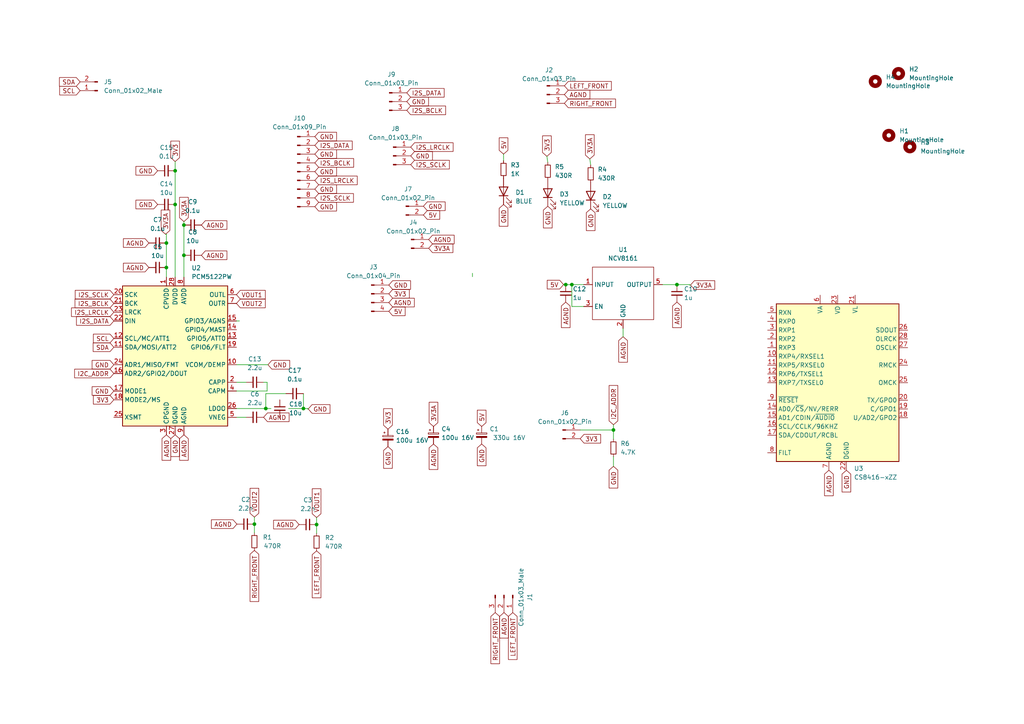
<source format=kicad_sch>
(kicad_sch (version 20230121) (generator eeschema)
  (paper "A4")
  (lib_symbols
    (symbol "Audio:CS8416-xZZ"
      (property "Reference" "U" (at 12.7 26.67 0))
      (property "Value" "CS8416-xZZ" (at 12.7 24.13 0))
      (symbol "CS8416-xZZ_0_1"
        (rectangle (start -17.78 22.86) (end 17.78 -22.86) (stroke (width 0.254)) (fill (type background)))
      )
      (symbol "CS8416-xZZ_1_1"
        (pin input line (at -20.32 10.16 0) (length 2.54) (name "RXP3") (number "1"))
        (pin input line (at -20.32 7.62 0) (length 2.54) (name "RXP4/RXSEL1") (number "10"))
        (pin input line (at -20.32 5.08 0) (length 2.54) (name "RXP5/RXSEL0") (number "11"))
        (pin input line (at -20.32 2.54 0) (length 2.54) (name "RXP6/TXSEL1") (number "12"))
        (pin input line (at -20.32 0 0) (length 2.54) (name "RXP7/TXSEL0") (number "13"))
        (pin input line (at -20.32 -7.62 0) (length 2.54) (name "AD0/~{CS}/NV/RERR") (number "14"))
        (pin input line (at -20.32 -10.16 0) (length 2.54) (name "AD1/CDIN/~{AUDIO}") (number "15"))
        (pin input line (at -20.32 -12.7 0) (length 2.54) (name "SCL/CCLK/96KHZ") (number "16"))
        (pin bidirectional line (at -20.32 -15.24 0) (length 2.54) (name "SDA/CDOUT/RCBL") (number "17"))
        (pin output line (at 20.32 -10.16 180) (length 2.54) (name "U/AD2/GPO2") (number "18"))
        (pin output line (at 20.32 -7.62 180) (length 2.54) (name "C/GPO1") (number "19"))
        (pin input line (at -20.32 12.7 0) (length 2.54) (name "RXP2") (number "2"))
        (pin output line (at 20.32 -5.08 180) (length 2.54) (name "TX/GPO0") (number "20"))
        (pin power_in line (at 5.08 25.4 270) (length 2.54) (name "VL") (number "21"))
        (pin power_in line (at 2.54 -25.4 90) (length 2.54) (name "DGND") (number "22"))
        (pin power_in line (at 0 25.4 270) (length 2.54) (name "VD") (number "23"))
        (pin output line (at 20.32 5.08 180) (length 2.54) (name "RMCK") (number "24"))
        (pin input line (at 20.32 0 180) (length 2.54) (name "OMCK") (number "25"))
        (pin output line (at 20.32 15.24 180) (length 2.54) (name "SDOUT") (number "26"))
        (pin bidirectional line (at 20.32 10.16 180) (length 2.54) (name "OSCLK") (number "27"))
        (pin bidirectional line (at 20.32 12.7 180) (length 2.54) (name "OLRCK") (number "28"))
        (pin input line (at -20.32 15.24 0) (length 2.54) (name "RXP1") (number "3"))
        (pin input line (at -20.32 17.78 0) (length 2.54) (name "RXP0") (number "4"))
        (pin input line (at -20.32 20.32 0) (length 2.54) (name "RXN") (number "5"))
        (pin power_in line (at -5.08 25.4 270) (length 2.54) (name "VA") (number "6"))
        (pin power_in line (at -2.54 -25.4 90) (length 2.54) (name "AGND") (number "7"))
        (pin passive line (at -20.32 -20.32 0) (length 2.54) (name "FILT") (number "8"))
        (pin input line (at -20.32 -5.08 0) (length 2.54) (name "~{RESET}") (number "9"))
      )
    )
    (symbol "Audio:PCM5122PW"
      (property "Reference" "U" (at -13.97 21.59 0))
      (property "Value" "PCM5122PW" (at 10.16 21.59 0))
      (symbol "PCM5122PW_0_1"
        (rectangle (start -15.24 20.32) (end 15.24 -20.32) (stroke (width 0.254)) (fill (type background)))
      )
      (symbol "PCM5122PW_1_1"
        (pin power_in line (at -2.54 22.86 270) (length 2.54) (name "CPVDD") (number "1"))
        (pin bidirectional line (at 17.78 -2.54 180) (length 2.54) (name "VCOM/DEMP") (number "10"))
        (pin bidirectional line (at -17.78 2.54 0) (length 2.54) (name "SDA/MOSI/ATT2") (number "11"))
        (pin input line (at -17.78 5.08 0) (length 2.54) (name "SCL/MC/ATT1") (number "12"))
        (pin bidirectional line (at 17.78 5.08 180) (length 2.54) (name "GPIO5/ATT0") (number "13"))
        (pin bidirectional line (at 17.78 7.62 180) (length 2.54) (name "GPIO4/MAST") (number "14"))
        (pin bidirectional line (at 17.78 10.16 180) (length 2.54) (name "GPIO3/AGNS") (number "15"))
        (pin bidirectional line (at -17.78 -5.08 0) (length 2.54) (name "ADR2/GPIO2/DOUT") (number "16"))
        (pin input line (at -17.78 -10.16 0) (length 2.54) (name "MODE1") (number "17"))
        (pin input line (at -17.78 -12.7 0) (length 2.54) (name "MODE2/MS") (number "18"))
        (pin bidirectional line (at 17.78 2.54 180) (length 2.54) (name "GPIO6/FLT") (number "19"))
        (pin passive line (at 17.78 -7.62 180) (length 2.54) (name "CAPP") (number "2"))
        (pin input line (at -17.78 17.78 0) (length 2.54) (name "SCK") (number "20"))
        (pin bidirectional line (at -17.78 15.24 0) (length 2.54) (name "BCK") (number "21"))
        (pin input line (at -17.78 10.16 0) (length 2.54) (name "DIN") (number "22"))
        (pin bidirectional line (at -17.78 12.7 0) (length 2.54) (name "LRCK") (number "23"))
        (pin bidirectional line (at -17.78 -2.54 0) (length 2.54) (name "ADR1/MISO/FMT") (number "24"))
        (pin input line (at -17.78 -17.78 0) (length 2.54) (name "XSMT") (number "25"))
        (pin passive line (at 17.78 -15.24 180) (length 2.54) (name "LDOO") (number "26"))
        (pin power_in line (at 0 -22.86 90) (length 2.54) (name "DGND") (number "27"))
        (pin power_in line (at 0 22.86 270) (length 2.54) (name "DVDD") (number "28"))
        (pin power_in line (at -2.54 -22.86 90) (length 2.54) (name "CPGND") (number "3"))
        (pin passive line (at 17.78 -10.16 180) (length 2.54) (name "CAPM") (number "4"))
        (pin passive line (at 17.78 -17.78 180) (length 2.54) (name "VNEG") (number "5"))
        (pin output line (at 17.78 17.78 180) (length 2.54) (name "OUTL") (number "6"))
        (pin output line (at 17.78 15.24 180) (length 2.54) (name "OUTR") (number "7"))
        (pin power_in line (at 2.54 22.86 270) (length 2.54) (name "AVDD") (number "8"))
        (pin power_in line (at 2.54 -22.86 90) (length 2.54) (name "AGND") (number "9"))
      )
    )
    (symbol "Components:NCV8161"
      (property "Reference" "U" (at 0 10.16 0))
      (property "Value" "NCV8161" (at 0 0 0))
      (symbol "NCV8161_0_1"
        (rectangle (start -8.89 17.78) (end 8.89 2.54))
      )
      (symbol "NCV8161_1_1"
        (pin input line (at -11.43 12.7 0) (length 2.54) (name "INPUT") (number "1"))
        (pin input line (at 0 0 90) (length 2.54) (name "GND") (number "2"))
        (pin input line (at -11.43 6.35 0) (length 2.54) (name "EN") (number "3"))
        (pin output line (at 11.43 12.7 180) (length 2.54) (name "OUTPUT") (number "5"))
      )
    )
    (symbol "Connector:Conn_01x02_Male" (pin_names (offset 1.016) hide)
      (property "Reference" "J" (at 0 2.54 0))
      (property "Value" "Conn_01x02_Male" (at 0 -5.08 0))
      (symbol "Conn_01x02_Male_1_1"
        (polyline (pts (xy 1.27 -2.54) (xy 0.8636 -2.54)) (stroke (width 0.1524)))
        (polyline (pts (xy 1.27 0) (xy 0.8636 0)) (stroke (width 0.1524)))
        (rectangle (start 0.8636 -2.413) (end 0 -2.667) (stroke (width 0.1524)) (fill (type outline)))
        (rectangle (start 0.8636 0.127) (end 0 -0.127) (stroke (width 0.1524)) (fill (type outline)))
        (pin passive line (at 5.08 0 180) (length 3.81) (name "Pin_1") (number "1"))
        (pin passive line (at 5.08 -2.54 180) (length 3.81) (name "Pin_2") (number "2"))
      )
    )
    (symbol "Connector:Conn_01x02_Pin" (pin_names (offset 1.016) hide)
      (property "Reference" "J" (at 0 2.54 0))
      (property "Value" "Conn_01x02_Pin" (at 0 -5.08 0))
      (symbol "Conn_01x02_Pin_1_1"
        (polyline (pts (xy 1.27 -2.54) (xy 0.8636 -2.54)) (stroke (width 0.1524)))
        (polyline (pts (xy 1.27 0) (xy 0.8636 0)) (stroke (width 0.1524)))
        (rectangle (start 0.8636 -2.413) (end 0 -2.667) (stroke (width 0.1524)) (fill (type outline)))
        (rectangle (start 0.8636 0.127) (end 0 -0.127) (stroke (width 0.1524)) (fill (type outline)))
        (pin passive line (at 5.08 0 180) (length 3.81) (name "Pin_1") (number "1"))
        (pin passive line (at 5.08 -2.54 180) (length 3.81) (name "Pin_2") (number "2"))
      )
    )
    (symbol "Connector:Conn_01x03_Male" (pin_names (offset 1.016) hide)
      (property "Reference" "J" (at 0 5.08 0))
      (property "Value" "Conn_01x03_Male" (at 0 -5.08 0))
      (symbol "Conn_01x03_Male_1_1"
        (polyline (pts (xy 1.27 -2.54) (xy 0.8636 -2.54)) (stroke (width 0.1524)))
        (polyline (pts (xy 1.27 0) (xy 0.8636 0)) (stroke (width 0.1524)))
        (polyline (pts (xy 1.27 2.54) (xy 0.8636 2.54)) (stroke (width 0.1524)))
        (rectangle (start 0.8636 -2.413) (end 0 -2.667) (stroke (width 0.1524)) (fill (type outline)))
        (rectangle (start 0.8636 0.127) (end 0 -0.127) (stroke (width 0.1524)) (fill (type outline)))
        (rectangle (start 0.8636 2.667) (end 0 2.413) (stroke (width 0.1524)) (fill (type outline)))
        (pin passive line (at 5.08 2.54 180) (length 3.81) (name "Pin_1") (number "1"))
        (pin passive line (at 5.08 0 180) (length 3.81) (name "Pin_2") (number "2"))
        (pin passive line (at 5.08 -2.54 180) (length 3.81) (name "Pin_3") (number "3"))
      )
    )
    (symbol "Connector:Conn_01x03_Pin" (pin_names (offset 1.016) hide)
      (property "Reference" "J" (at 0 5.08 0))
      (property "Value" "Conn_01x03_Pin" (at 0 -5.08 0))
      (symbol "Conn_01x03_Pin_1_1"
        (polyline (pts (xy 1.27 -2.54) (xy 0.8636 -2.54)) (stroke (width 0.1524)))
        (polyline (pts (xy 1.27 0) (xy 0.8636 0)) (stroke (width 0.1524)))
        (polyline (pts (xy 1.27 2.54) (xy 0.8636 2.54)) (stroke (width 0.1524)))
        (rectangle (start 0.8636 -2.413) (end 0 -2.667) (stroke (width 0.1524)) (fill (type outline)))
        (rectangle (start 0.8636 0.127) (end 0 -0.127) (stroke (width 0.1524)) (fill (type outline)))
        (rectangle (start 0.8636 2.667) (end 0 2.413) (stroke (width 0.1524)) (fill (type outline)))
        (pin passive line (at 5.08 2.54 180) (length 3.81) (name "Pin_1") (number "1"))
        (pin passive line (at 5.08 0 180) (length 3.81) (name "Pin_2") (number "2"))
        (pin passive line (at 5.08 -2.54 180) (length 3.81) (name "Pin_3") (number "3"))
      )
    )
    (symbol "Connector:Conn_01x04_Pin" (pin_names (offset 1.016) hide)
      (property "Reference" "J" (at 0 5.08 0))
      (property "Value" "Conn_01x04_Pin" (at 0 -7.62 0))
      (symbol "Conn_01x04_Pin_1_1"
        (polyline (pts (xy 1.27 -5.08) (xy 0.8636 -5.08)) (stroke (width 0.1524)))
        (polyline (pts (xy 1.27 -2.54) (xy 0.8636 -2.54)) (stroke (width 0.1524)))
        (polyline (pts (xy 1.27 0) (xy 0.8636 0)) (stroke (width 0.1524)))
        (polyline (pts (xy 1.27 2.54) (xy 0.8636 2.54)) (stroke (width 0.1524)))
        (rectangle (start 0.8636 -4.953) (end 0 -5.207) (stroke (width 0.1524)) (fill (type outline)))
        (rectangle (start 0.8636 -2.413) (end 0 -2.667) (stroke (width 0.1524)) (fill (type outline)))
        (rectangle (start 0.8636 0.127) (end 0 -0.127) (stroke (width 0.1524)) (fill (type outline)))
        (rectangle (start 0.8636 2.667) (end 0 2.413) (stroke (width 0.1524)) (fill (type outline)))
        (pin passive line (at 5.08 2.54 180) (length 3.81) (name "Pin_1") (number "1"))
        (pin passive line (at 5.08 0 180) (length 3.81) (name "Pin_2") (number "2"))
        (pin passive line (at 5.08 -2.54 180) (length 3.81) (name "Pin_3") (number "3"))
        (pin passive line (at 5.08 -5.08 180) (length 3.81) (name "Pin_4") (number "4"))
      )
    )
    (symbol "Connector:Conn_01x09_Pin" (pin_names (offset 1.016) hide)
      (property "Reference" "J" (at 0 12.7 0))
      (property "Value" "Conn_01x09_Pin" (at 0 -12.7 0))
      (symbol "Conn_01x09_Pin_1_1"
        (polyline (pts (xy 1.27 -10.16) (xy 0.8636 -10.16)) (stroke (width 0.1524)))
        (polyline (pts (xy 1.27 -7.62) (xy 0.8636 -7.62)) (stroke (width 0.1524)))
        (polyline (pts (xy 1.27 -5.08) (xy 0.8636 -5.08)) (stroke (width 0.1524)))
        (polyline (pts (xy 1.27 -2.54) (xy 0.8636 -2.54)) (stroke (width 0.1524)))
        (polyline (pts (xy 1.27 0) (xy 0.8636 0)) (stroke (width 0.1524)))
        (polyline (pts (xy 1.27 2.54) (xy 0.8636 2.54)) (stroke (width 0.1524)))
        (polyline (pts (xy 1.27 5.08) (xy 0.8636 5.08)) (stroke (width 0.1524)))
        (polyline (pts (xy 1.27 7.62) (xy 0.8636 7.62)) (stroke (width 0.1524)))
        (polyline (pts (xy 1.27 10.16) (xy 0.8636 10.16)) (stroke (width 0.1524)))
        (rectangle (start 0.8636 -10.033) (end 0 -10.287) (stroke (width 0.1524)) (fill (type outline)))
        (rectangle (start 0.8636 -7.493) (end 0 -7.747) (stroke (width 0.1524)) (fill (type outline)))
        (rectangle (start 0.8636 -4.953) (end 0 -5.207) (stroke (width 0.1524)) (fill (type outline)))
        (rectangle (start 0.8636 -2.413) (end 0 -2.667) (stroke (width 0.1524)) (fill (type outline)))
        (rectangle (start 0.8636 0.127) (end 0 -0.127) (stroke (width 0.1524)) (fill (type outline)))
        (rectangle (start 0.8636 2.667) (end 0 2.413) (stroke (width 0.1524)) (fill (type outline)))
        (rectangle (start 0.8636 5.207) (end 0 4.953) (stroke (width 0.1524)) (fill (type outline)))
        (rectangle (start 0.8636 7.747) (end 0 7.493) (stroke (width 0.1524)) (fill (type outline)))
        (rectangle (start 0.8636 10.287) (end 0 10.033) (stroke (width 0.1524)) (fill (type outline)))
        (pin passive line (at 5.08 10.16 180) (length 3.81) (name "Pin_1") (number "1"))
        (pin passive line (at 5.08 7.62 180) (length 3.81) (name "Pin_2") (number "2"))
        (pin passive line (at 5.08 5.08 180) (length 3.81) (name "Pin_3") (number "3"))
        (pin passive line (at 5.08 2.54 180) (length 3.81) (name "Pin_4") (number "4"))
        (pin passive line (at 5.08 0 180) (length 3.81) (name "Pin_5") (number "5"))
        (pin passive line (at 5.08 -2.54 180) (length 3.81) (name "Pin_6") (number "6"))
        (pin passive line (at 5.08 -5.08 180) (length 3.81) (name "Pin_7") (number "7"))
        (pin passive line (at 5.08 -7.62 180) (length 3.81) (name "Pin_8") (number "8"))
        (pin passive line (at 5.08 -10.16 180) (length 3.81) (name "Pin_9") (number "9"))
      )
    )
    (symbol "Device:C_Polarized_Small" (pin_numbers hide) (pin_names (offset 0.254) hide)
      (property "Reference" "C" (at 0.254 1.778 0))
      (property "Value" "C_Polarized_Small" (at 0.254 -2.032 0))
      (symbol "C_Polarized_Small_0_1"
        (rectangle (start -1.524 -0.3048) (end 1.524 -0.6858) (fill (type outline)))
        (rectangle (start -1.524 0.6858) (end 1.524 0.3048))
        (polyline (pts (xy -1.27 1.524) (xy -0.762 1.524)))
        (polyline (pts (xy -1.016 1.27) (xy -1.016 1.778)))
      )
      (symbol "C_Polarized_Small_1_1"
        (pin passive line (at 0 2.54 270) (length 1.8542) (name "~") (number "1"))
        (pin passive line (at 0 -2.54 90) (length 1.8542) (name "~") (number "2"))
      )
    )
    (symbol "Device:C_Small" (pin_numbers hide) (pin_names (offset 0.254) hide)
      (property "Reference" "C" (at 0.254 1.778 0))
      (property "Value" "C_Small" (at 0.254 -2.032 0))
      (symbol "C_Small_0_1"
        (polyline (pts (xy -1.524 -0.508) (xy 1.524 -0.508)) (stroke (width 0.3302)))
        (polyline (pts (xy -1.524 0.508) (xy 1.524 0.508)) (stroke (width 0.3048)))
      )
      (symbol "C_Small_1_1"
        (pin passive line (at 0 2.54 270) (length 2.032) (name "~") (number "1"))
        (pin passive line (at 0 -2.54 90) (length 2.032) (name "~") (number "2"))
      )
    )
    (symbol "Device:LED" (pin_numbers hide) (pin_names (offset 1.016) hide)
      (property "Reference" "D" (at 0 2.54 0))
      (property "Value" "LED" (at 0 -2.54 0))
      (symbol "LED_0_1"
        (polyline (pts (xy -1.27 -1.27) (xy -1.27 1.27)) (stroke (width 0.254)))
        (polyline (pts (xy -1.27 0) (xy 1.27 0)))
        (polyline (pts (xy 1.27 -1.27) (xy 1.27 1.27) (xy -1.27 0) (xy 1.27 -1.27)) (stroke (width 0.254)))
        (polyline (pts (xy -3.048 -0.762) (xy -4.572 -2.286) (xy -3.81 -2.286) (xy -4.572 -2.286) (xy -4.572 -1.524)))
        (polyline (pts (xy -1.778 -0.762) (xy -3.302 -2.286) (xy -2.54 -2.286) (xy -3.302 -2.286) (xy -3.302 -1.524)))
      )
      (symbol "LED_1_1"
        (pin passive line (at -3.81 0 0) (length 2.54) (name "K") (number "1"))
        (pin passive line (at 3.81 0 180) (length 2.54) (name "A") (number "2"))
      )
    )
    (symbol "Device:R_Small" (pin_numbers hide) (pin_names (offset 0.254) hide)
      (property "Reference" "R" (at 0.762 0.508 0))
      (property "Value" "R_Small" (at 0.762 -1.016 0))
      (symbol "R_Small_0_1"
        (rectangle (start -0.762 1.778) (end 0.762 -1.778) (stroke (width 0.2032)))
      )
      (symbol "R_Small_1_1"
        (pin passive line (at 0 2.54 270) (length 0.762) (name "~") (number "1"))
        (pin passive line (at 0 -2.54 90) (length 0.762) (name "~") (number "2"))
      )
    )
    (symbol "Mechanical:MountingHole" (pin_names (offset 1.016))
      (property "Reference" "H" (at 0 5.08 0))
      (property "Value" "MountingHole" (at 0 3.175 0))
      (symbol "MountingHole_0_1"
        (circle (center 0 0) (radius 1.27) (stroke (width 1.27)))
      )
    )
  )
  (junction (at 165.862 82.55))
  (junction (at 177.927 124.714))
  (junction (at 53.34 65.278))
  (junction (at 48.26 77.597))
  (junction (at 73.787 152.019))
  (junction (at 196.342 82.55))
  (junction (at 164.084 82.55))
  (junction (at 77.089 118.491))
  (junction (at 88.011 118.491))
  (junction (at 53.34 74.041))
  (junction (at 50.8 49.53))
  (junction (at 48.26 70.485))
  (junction (at 50.8 59.309))
  (junction (at 91.821 152.146))
  (wire (pts (xy 177.927 123.19) (xy 177.927 124.714)))
  (wire (pts (xy 91.821 152.146) (xy 91.821 154.686)))
  (wire (pts (xy 50.8 49.53) (xy 50.8 59.309)))
  (wire (pts (xy 71.374 121.031) (xy 68.58 121.031)))
  (wire (pts (xy 196.342 82.55) (xy 192.151 82.55)))
  (wire (pts (xy 48.26 67.945) (xy 48.26 70.485)))
  (wire (pts (xy 48.26 70.485) (xy 48.26 77.597)))
  (wire (pts (xy 77.089 114.173) (xy 77.089 118.491)))
  (wire (pts (xy 73.787 149.987) (xy 73.787 152.019)))
  (wire (pts (xy 71.374 110.871) (xy 68.58 110.871)))
  (wire (pts (xy 168.275 124.714) (xy 177.927 124.714)))
  (wire (pts (xy 48.26 77.597) (xy 48.26 80.391)))
  (wire (pts (xy 164.084 82.55) (xy 165.862 82.55)))
  (wire (pts (xy 89.408 118.618) (xy 89.281 118.618)))
  (wire (pts (xy 200.279 82.677) (xy 200.025 82.677)))
  (wire (pts (xy 76.454 110.871) (xy 77.47 110.871)))
  (wire (pts (xy 88.011 114.173) (xy 88.011 118.491)))
  (wire (pts (xy 50.8 46.863) (xy 50.8 49.53)))
  (wire (pts (xy 169.291 88.9) (xy 165.862 88.9)))
  (wire (pts (xy 53.34 64.262) (xy 53.34 65.278)))
  (wire (pts (xy 171.069 46.101) (xy 171.323 47.879)))
  (wire (pts (xy 165.862 82.55) (xy 169.291 82.55)))
  (wire (pts (xy 77.089 118.491) (xy 68.58 118.491)))
  (wire (pts (xy 77.724 105.791) (xy 68.58 105.791)))
  (wire (pts (xy 77.47 113.411) (xy 68.58 113.411)))
  (wire (pts (xy 73.787 152.019) (xy 73.787 154.559)))
  (wire (pts (xy 48.006 67.945) (xy 48.26 67.945)))
  (wire (pts (xy 77.47 110.871) (xy 77.47 113.411)))
  (wire (pts (xy 177.927 135.255) (xy 177.927 132.461)))
  (wire (pts (xy 53.34 65.278) (xy 53.34 74.041)))
  (wire (pts (xy 177.927 124.714) (xy 177.927 127.381)))
  (wire (pts (xy 89.281 118.491) (xy 88.011 118.491)))
  (wire (pts (xy 180.721 97.663) (xy 180.721 95.25)))
  (wire (pts (xy 78.613 118.491) (xy 77.089 118.491)))
  (wire (pts (xy 200.025 82.55) (xy 196.342 82.55)))
  (wire (pts (xy 200.025 82.677) (xy 200.025 82.55)))
  (wire (pts (xy 53.34 74.041) (xy 53.34 80.391)))
  (wire (pts (xy 88.011 118.491) (xy 83.693 118.491)))
  (wire (pts (xy 165.862 88.9) (xy 165.862 82.55)))
  (wire (pts (xy 89.281 118.618) (xy 89.281 118.491)))
  (wire (pts (xy 137.033 79.248) (xy 137.033 80.264)))
  (wire (pts (xy 69.469 93.091) (xy 68.58 93.091)))
  (wire (pts (xy 146.05 44.704) (xy 146.05 46.609)))
  (wire (pts (xy 50.8 59.309) (xy 50.8 80.391)))
  (wire (pts (xy 158.623 45.339) (xy 158.877 47.117)))
  (wire (pts (xy 163.449 82.55) (xy 164.084 82.55)))
  (wire (pts (xy 91.821 150.114) (xy 91.821 152.146)))
  (wire (pts (xy 77.089 114.173) (xy 82.931 114.173)))
  (global_label "I2S_DATA" (shape input) (at 91.313 42.164 0) (property "Intersheetrefs" "${INTERSHEET_REFS}" (effects hide)))
  (global_label "3V3" (shape input) (at 50.8 46.863 90) (property "Intersheetrefs" "${INTERSHEET_REFS}" (effects hide)))
  (global_label "I2S_DATA" (shape input) (at 117.983 26.924 0) (property "Intersheetrefs" "${INTERSHEET_REFS}" (effects hide)))
  (global_label "LEFT_FRONT" (shape input) (at 163.703 24.892 0) (property "Intersheetrefs" "${INTERSHEET_REFS}" (effects hide)))
  (global_label "AGND" (shape input) (at 86.741 152.146 180) (property "Intersheetrefs" "${INTERSHEET_REFS}" (effects hide)))
  (global_label "3V3" (shape input) (at 33.02 115.951 180) (property "Intersheetrefs" "${INTERSHEET_REFS}" (effects hide)))
  (global_label "AGND" (shape input) (at 58.42 74.041 0) (property "Intersheetrefs" "${INTERSHEET_REFS}" (effects hide)))
  (global_label "LEFT_FRONT" (shape input) (at 148.717 177.673 270) (property "Intersheetrefs" "${INTERSHEET_REFS}" (effects hide)))
  (global_label "RIGHT_FRONT" (shape input) (at 163.703 29.972 0) (property "Intersheetrefs" "${INTERSHEET_REFS}" (effects hide)))
  (global_label "RIGHT_FRONT" (shape input) (at 143.637 177.673 270) (property "Intersheetrefs" "${INTERSHEET_REFS}" (effects hide)))
  (global_label "GND" (shape input) (at 33.02 113.411 180) (property "Intersheetrefs" "${INTERSHEET_REFS}" (effects hide)))
  (global_label "I2S_SCLK" (shape input) (at 91.313 57.404 0) (property "Intersheetrefs" "${INTERSHEET_REFS}" (effects hide)))
  (global_label "AGND" (shape input) (at 125.73 128.778 270) (property "Intersheetrefs" "${INTERSHEET_REFS}" (effects hide)))
  (global_label "GND" (shape input) (at 91.313 44.704 0) (property "Intersheetrefs" "${INTERSHEET_REFS}" (effects hide)))
  (global_label "VOUT1" (shape input) (at 91.821 150.114 90) (property "Intersheetrefs" "${INTERSHEET_REFS}" (effects hide)))
  (global_label "GND" (shape input) (at 45.72 49.53 180) (property "Intersheetrefs" "${INTERSHEET_REFS}" (effects hide)))
  (global_label "3V3" (shape input) (at 168.275 127.254 0) (property "Intersheetrefs" "${INTERSHEET_REFS}" (effects hide)))
  (global_label "VOUT2" (shape input) (at 68.58 88.011 0) (property "Intersheetrefs" "${INTERSHEET_REFS}" (effects hide)))
  (global_label "VOUT2" (shape input) (at 73.787 149.987 90) (property "Intersheetrefs" "${INTERSHEET_REFS}" (effects hide)))
  (global_label "I2S_LRCLK" (shape input) (at 119.126 42.672 0) (property "Intersheetrefs" "${INTERSHEET_REFS}" (effects hide)))
  (global_label "SDA" (shape input) (at 23.241 23.749 180) (property "Intersheetrefs" "${INTERSHEET_REFS}" (effects hide)))
  (global_label "GND" (shape input) (at 50.8 126.111 270) (property "Intersheetrefs" "${INTERSHEET_REFS}" (effects hide)))
  (global_label "I2C_ADDR" (shape input) (at 177.927 123.19 90) (property "Intersheetrefs" "${INTERSHEET_REFS}" (effects hide)))
  (global_label "AGND" (shape input) (at 43.18 77.597 180) (property "Intersheetrefs" "${INTERSHEET_REFS}" (effects hide)))
  (global_label "5V" (shape input) (at 122.809 62.357 0) (property "Intersheetrefs" "${INTERSHEET_REFS}" (effects hide)))
  (global_label "AGND" (shape input) (at 164.084 87.63 270) (property "Intersheetrefs" "${INTERSHEET_REFS}" (effects hide)))
  (global_label "3V3A" (shape input) (at 48.006 67.945 90) (property "Intersheetrefs" "${INTERSHEET_REFS}" (effects hide)))
  (global_label "GND" (shape input) (at 117.983 29.464 0) (property "Intersheetrefs" "${INTERSHEET_REFS}" (effects hide)))
  (global_label "5V" (shape input) (at 163.449 82.55 180) (property "Intersheetrefs" "${INTERSHEET_REFS}" (effects hide)))
  (global_label "GND" (shape input) (at 91.313 39.624 0) (property "Intersheetrefs" "${INTERSHEET_REFS}" (effects hide)))
  (global_label "AGND" (shape input) (at 196.342 87.63 270) (property "Intersheetrefs" "${INTERSHEET_REFS}" (effects hide)))
  (global_label "GND" (shape input) (at 91.313 49.784 0) (property "Intersheetrefs" "${INTERSHEET_REFS}" (effects hide)))
  (global_label "AGND" (shape input) (at 240.411 136.398 270) (property "Intersheetrefs" "${INTERSHEET_REFS}" (effects hide)))
  (global_label "GND" (shape input) (at 177.927 135.255 270) (property "Intersheetrefs" "${INTERSHEET_REFS}" (effects hide)))
  (global_label "LEFT_FRONT" (shape input) (at 91.821 159.766 270) (property "Intersheetrefs" "${INTERSHEET_REFS}" (effects hide)))
  (global_label "AGND" (shape input) (at 58.42 65.278 0) (property "Intersheetrefs" "${INTERSHEET_REFS}" (effects hide)))
  (global_label "GND" (shape input) (at 45.72 59.309 180) (property "Intersheetrefs" "${INTERSHEET_REFS}" (effects hide)))
  (global_label "3V3A" (shape input) (at 53.34 64.262 90) (property "Intersheetrefs" "${INTERSHEET_REFS}" (effects hide)))
  (global_label "RIGHT_FRONT" (shape input) (at 73.787 159.639 270) (property "Intersheetrefs" "${INTERSHEET_REFS}" (effects hide)))
  (global_label "I2S_DATA" (shape input) (at 33.02 93.091 180) (property "Intersheetrefs" "${INTERSHEET_REFS}" (effects hide)))
  (global_label "GND" (shape input) (at 89.408 118.618 0) (property "Intersheetrefs" "${INTERSHEET_REFS}" (effects hide)))
  (global_label "GND" (shape input) (at 122.809 59.817 0) (property "Intersheetrefs" "${INTERSHEET_REFS}" (effects hide)))
  (global_label "GND" (shape input) (at 33.02 105.791 180) (property "Intersheetrefs" "${INTERSHEET_REFS}" (effects hide)))
  (global_label "3V3A" (shape input) (at 124.333 72.009 0) (property "Intersheetrefs" "${INTERSHEET_REFS}" (effects hide)))
  (global_label "3V3" (shape input) (at 112.522 124.46 90) (property "Intersheetrefs" "${INTERSHEET_REFS}" (effects hide)))
  (global_label "SCL" (shape input) (at 23.241 26.289 180) (property "Intersheetrefs" "${INTERSHEET_REFS}" (effects hide)))
  (global_label "GND" (shape input) (at 91.313 59.944 0) (property "Intersheetrefs" "${INTERSHEET_REFS}" (effects hide)))
  (global_label "3V3" (shape input) (at 112.776 85.217 0) (property "Intersheetrefs" "${INTERSHEET_REFS}" (effects hide)))
  (global_label "AGND" (shape input) (at 112.776 87.757 0) (property "Intersheetrefs" "${INTERSHEET_REFS}" (effects hide)))
  (global_label "5V" (shape input) (at 112.776 90.297 0) (property "Intersheetrefs" "${INTERSHEET_REFS}" (effects hide)))
  (global_label "AGND" (shape input) (at 53.34 126.111 270) (property "Intersheetrefs" "${INTERSHEET_REFS}" (effects hide)))
  (global_label "AGND" (shape input) (at 76.454 121.031 0) (property "Intersheetrefs" "${INTERSHEET_REFS}" (effects hide)))
  (global_label "SCL" (shape input) (at 33.02 98.171 180) (property "Intersheetrefs" "${INTERSHEET_REFS}" (effects hide)))
  (global_label "I2S_BCLK" (shape input) (at 91.313 47.244 0) (property "Intersheetrefs" "${INTERSHEET_REFS}" (effects hide)))
  (global_label "GND" (shape input) (at 146.05 59.309 270) (property "Intersheetrefs" "${INTERSHEET_REFS}" (effects hide)))
  (global_label "5V" (shape input) (at 146.05 44.704 90) (property "Intersheetrefs" "${INTERSHEET_REFS}" (effects hide)))
  (global_label "AGND" (shape input) (at 68.707 152.019 180) (property "Intersheetrefs" "${INTERSHEET_REFS}" (effects hide)))
  (global_label "GND" (shape input) (at 91.313 54.864 0) (property "Intersheetrefs" "${INTERSHEET_REFS}" (effects hide)))
  (global_label "SDA" (shape input) (at 33.02 100.711 180) (property "Intersheetrefs" "${INTERSHEET_REFS}" (effects hide)))
  (global_label "AGND" (shape input) (at 163.703 27.432 0) (property "Intersheetrefs" "${INTERSHEET_REFS}" (effects hide)))
  (global_label "AGND" (shape input) (at 124.333 69.469 0) (property "Intersheetrefs" "${INTERSHEET_REFS}" (effects hide)))
  (global_label "3V3A" (shape input) (at 125.73 123.698 90) (property "Intersheetrefs" "${INTERSHEET_REFS}" (effects hide)))
  (global_label "5V" (shape input) (at 139.7 123.698 90) (property "Intersheetrefs" "${INTERSHEET_REFS}" (effects hide)))
  (global_label "I2S_SCLK" (shape input) (at 119.126 47.752 0) (property "Intersheetrefs" "${INTERSHEET_REFS}" (effects hide)))
  (global_label "AGND" (shape input) (at 180.721 97.663 270) (property "Intersheetrefs" "${INTERSHEET_REFS}" (effects hide)))
  (global_label "GND" (shape input) (at 158.877 59.817 270) (property "Intersheetrefs" "${INTERSHEET_REFS}" (effects hide)))
  (global_label "I2S_LRCLK" (shape input) (at 33.02 90.551 180) (property "Intersheetrefs" "${INTERSHEET_REFS}" (effects hide)))
  (global_label "GND" (shape input) (at 245.491 136.398 270) (property "Intersheetrefs" "${INTERSHEET_REFS}" (effects hide)))
  (global_label "AGND" (shape input) (at 48.26 126.111 270) (property "Intersheetrefs" "${INTERSHEET_REFS}" (effects hide)))
  (global_label "3V3A" (shape input) (at 171.069 46.101 90) (property "Intersheetrefs" "${INTERSHEET_REFS}" (effects hide)))
  (global_label "GND" (shape input) (at 112.522 129.54 270) (property "Intersheetrefs" "${INTERSHEET_REFS}" (effects hide)))
  (global_label "I2S_LRCLK" (shape input) (at 91.313 52.324 0) (property "Intersheetrefs" "${INTERSHEET_REFS}" (effects hide)))
  (global_label "I2C_ADDR" (shape input) (at 33.02 108.331 180) (property "Intersheetrefs" "${INTERSHEET_REFS}" (effects hide)))
  (global_label "AGND" (shape input) (at 43.18 70.485 180) (property "Intersheetrefs" "${INTERSHEET_REFS}" (effects hide)))
  (global_label "GND" (shape input) (at 139.7 128.778 270) (property "Intersheetrefs" "${INTERSHEET_REFS}" (effects hide)))
  (global_label "VOUT1" (shape input) (at 68.58 85.471 0) (property "Intersheetrefs" "${INTERSHEET_REFS}" (effects hide)))
  (global_label "I2S_BCLK" (shape input) (at 33.02 88.011 180) (property "Intersheetrefs" "${INTERSHEET_REFS}" (effects hide)))
  (global_label "3V3" (shape input) (at 158.623 45.339 90) (property "Intersheetrefs" "${INTERSHEET_REFS}" (effects hide)))
  (global_label "I2S_BCLK" (shape input) (at 117.983 32.004 0) (property "Intersheetrefs" "${INTERSHEET_REFS}" (effects hide)))
  (global_label "GND" (shape input) (at 112.776 82.677 0) (property "Intersheetrefs" "${INTERSHEET_REFS}" (effects hide)))
  (global_label "GND" (shape input) (at 171.323 60.579 270) (property "Intersheetrefs" "${INTERSHEET_REFS}" (effects hide)))
  (global_label "I2S_SCLK" (shape input) (at 33.02 85.471 180) (property "Intersheetrefs" "${INTERSHEET_REFS}" (effects hide)))
  (global_label "GND" (shape input) (at 77.724 105.791 0) (property "Intersheetrefs" "${INTERSHEET_REFS}" (effects hide)))
  (global_label "AGND" (shape input) (at 146.177 177.673 270) (property "Intersheetrefs" "${INTERSHEET_REFS}" (effects hide)))
  (global_label "3V3A" (shape input) (at 200.279 82.677 0) (property "Intersheetrefs" "${INTERSHEET_REFS}" (effects hide)))
  (global_label "GND" (shape input) (at 119.126 45.212 0) (property "Intersheetrefs" "${INTERSHEET_REFS}" (effects hide)))
  (symbol (lib_id "Connector:Conn_01x02_Male") (at 28.321 26.289 180) (unit 1)
    (property "Reference" "J5" (at 30.099 23.7489 0) (effects (justify right)))
    (property "Value" "Conn_01x02_Male" (at 30.099 26.2889 0) (effects (justify right)))
    (property "Footprint" "Connector_JST:JST_PH_B2B-PH-K_1x02_P2.00mm_Vertical" (effects hide))
  )
  (symbol (lib_id "Connector:Conn_01x02_Pin") (at 117.729 59.817 0) (unit 1)
    (property "Reference" "J7" (at 118.364 54.864 0))
    (property "Value" "Conn_01x02_Pin" (at 118.364 57.404 0))
    (property "Footprint" "Connector_PinHeader_2.54mm:PinHeader_1x02_P2.54mm_Vertical" (effects hide))
  )
  (symbol (lib_id "Device:C_Small") (at 55.88 74.041 90) (unit 1)
    (property "Reference" "C8" (at 55.8863 67.31 90))
    (property "Value" "10u" (at 55.8863 69.85 90))
    (property "Footprint" "Capacitor_SMD:C_1206_3216Metric_Pad1.33x1.80mm_HandSolder" (effects hide))
  )
  (symbol (lib_id "Device:R_Small") (at 171.323 50.419 0) (unit 1)
    (property "Reference" "R4" (at 173.355 49.1489 0) (effects (justify left)))
    (property "Value" "430R" (at 173.355 51.6889 0) (effects (justify left)))
    (property "Footprint" "Resistor_SMD:R_0603_1608Metric_Pad0.98x0.95mm_HandSolder" (effects hide))
  )
  (symbol (lib_id "Mechanical:MountingHole") (at 260.604 21.336 0) (unit 1)
    (property "Reference" "H2" (at 263.652 20.0659 0) (effects (justify left)))
    (property "Value" "MountingHole" (at 263.652 22.6059 0) (effects (justify left)))
    (property "Footprint" "MountingHole:MountingHole_3.2mm_M3" (effects hide))
  )
  (symbol (lib_id "Device:R_Small") (at 146.05 49.149 0) (unit 1)
    (property "Reference" "R3" (at 148.082 47.8789 0) (effects (justify left)))
    (property "Value" "1K" (at 148.082 50.4189 0) (effects (justify left)))
    (property "Footprint" "Resistor_SMD:R_0603_1608Metric_Pad0.98x0.95mm_HandSolder" (effects hide))
  )
  (symbol (lib_id "Device:C_Small") (at 73.914 121.031 270) (unit 1)
    (property "Reference" "C6" (at 73.9076 114.3 90))
    (property "Value" "2.2u" (at 73.9076 116.84 90))
    (property "Footprint" "Capacitor_SMD:C_1206_3216Metric_Pad1.33x1.80mm_HandSolder" (effects hide))
  )
  (symbol (lib_id "Connector:Conn_01x03_Pin") (at 114.046 45.212 0) (unit 1)
    (property "Reference" "J8" (at 114.681 37.338 0))
    (property "Value" "Conn_01x03_Pin" (at 114.681 39.878 0))
    (property "Footprint" "Connector_PinHeader_2.54mm:PinHeader_1x03_P2.54mm_Vertical" (effects hide))
  )
  (symbol (lib_id "Device:C_Small") (at 164.084 85.09 0) (unit 1)
    (property "Reference" "C12" (at 166.116 83.82 0) (effects (justify left)))
    (property "Value" "1u" (at 166.116 86.36 0) (effects (justify left)))
    (property "Footprint" "Capacitor_SMD:C_1206_3216Metric_Pad1.33x1.80mm_HandSolder" (effects hide))
  )
  (symbol (lib_id "Device:LED") (at 146.05 55.499 90) (unit 1)
    (property "Reference" "D1" (at 149.479 55.8164 90) (effects (justify right)))
    (property "Value" "BLUE" (at 149.479 58.3564 90) (effects (justify right)))
    (property "Footprint" "LED_SMD:LED_0805_2012Metric_Pad1.15x1.40mm_HandSolder" (effects hide))
  )
  (symbol (lib_id "Components:NCV8161") (at 180.721 95.25 0) (unit 1)
    (property "Reference" "U1" (at 180.721 72.39 0))
    (property "Value" "NCV8161" (at 180.721 74.93 0))
    (property "Footprint" "Package_TO_SOT_SMD:TSOT-23-5" (effects hide))
  )
  (symbol (lib_id "Device:C_Small") (at 48.26 59.309 270) (unit 1)
    (property "Reference" "C14" (at 48.2536 53.34 90))
    (property "Value" "10u" (at 48.2536 55.88 90))
    (property "Footprint" "Capacitor_SMD:C_1206_3216Metric_Pad1.33x1.80mm_HandSolder" (effects hide))
  )
  (symbol (lib_id "Device:C_Small") (at 196.342 85.09 0) (unit 1)
    (property "Reference" "C10" (at 198.374 83.82 0) (effects (justify left)))
    (property "Value" "1u" (at 198.374 86.36 0) (effects (justify left)))
    (property "Footprint" "Capacitor_SMD:C_1206_3216Metric_Pad1.33x1.80mm_HandSolder" (effects hide))
  )
  (symbol (lib_id "Connector:Conn_01x03_Male") (at 146.177 172.593 270) (unit 1)
    (property "Reference" "J1" (at 153.67 173.228 0))
    (property "Value" "Conn_01x03_Male" (at 151.13 173.228 0))
    (property "Footprint" "Connector_PinHeader_2.54mm:PinHeader_1x03_P2.54mm_Vertical" (effects hide))
  )
  (symbol (lib_id "Device:C_Polarized_Small") (at 125.73 126.238 0) (unit 1)
    (property "Reference" "C4" (at 128.016 124.4219 0) (effects (justify left)))
    (property "Value" "100u 16V" (at 128.016 126.9619 0) (effects (justify left)))
    (property "Footprint" "Capacitor_THT:CP_Radial_D5.0mm_P2.50mm" (effects hide))
  )
  (symbol (lib_id "Device:R_Small") (at 91.821 157.226 180) (unit 1)
    (property "Reference" "R2" (at 94.234 155.956 0) (effects (justify right)))
    (property "Value" "470R" (at 94.234 158.496 0) (effects (justify right)))
    (property "Footprint" "Resistor_SMD:R_1206_3216Metric_Pad1.30x1.75mm_HandSolder" (effects hide))
  )
  (symbol (lib_id "Device:C_Small") (at 71.247 152.019 90) (unit 1)
    (property "Reference" "C2" (at 71.2533 144.907 90))
    (property "Value" "2.2n" (at 71.2533 147.447 90))
    (property "Footprint" "Capacitor_SMD:C_1206_3216Metric_Pad1.33x1.80mm_HandSolder" (effects hide))
  )
  (symbol (lib_id "Device:LED") (at 171.323 56.769 90) (unit 1)
    (property "Reference" "D2" (at 174.752 57.0864 90) (effects (justify right)))
    (property "Value" "YELLOW" (at 174.752 59.6264 90) (effects (justify right)))
    (property "Footprint" "LED_SMD:LED_0805_2012Metric_Pad1.15x1.40mm_HandSolder" (effects hide))
  )
  (symbol (lib_id "Audio:CS8416-xZZ") (at 242.951 110.998 0) (unit 1)
    (property "Reference" "U3" (at 247.6851 135.89 0) (effects (justify left)))
    (property "Value" "CS8416-xZZ" (at 247.6851 138.43 0) (effects (justify left)))
    (property "Footprint" "Package_SO:TSSOP-28-1EP_4.4x9.7mm_P0.65mm" (effects hide))
    (property "Datasheet" "https://d3uzseaevmutz1.cloudfront.net/pubs/proDatasheet/CS8416_F3.pdf" (effects hide))
  )
  (symbol (lib_id "Device:C_Small") (at 45.72 77.597 270) (unit 1)
    (property "Reference" "C5" (at 45.7136 71.628 90))
    (property "Value" "10u" (at 45.7136 74.168 90))
    (property "Footprint" "Capacitor_SMD:C_1206_3216Metric_Pad1.33x1.80mm_HandSolder" (effects hide))
  )
  (symbol (lib_id "Device:R_Small") (at 73.787 157.099 180) (unit 1)
    (property "Reference" "R1" (at 76.2 155.829 0) (effects (justify right)))
    (property "Value" "470R" (at 76.454 158.369 0) (effects (justify right)))
    (property "Footprint" "Resistor_SMD:R_1206_3216Metric_Pad1.30x1.75mm_HandSolder" (effects hide))
  )
  (symbol (lib_id "Device:C_Small") (at 85.471 114.173 90) (unit 1)
    (property "Reference" "C17" (at 85.4773 107.442 90))
    (property "Value" "0.1u" (at 85.4773 109.982 90))
    (property "Footprint" "Capacitor_SMD:C_0805_2012Metric_Pad1.18x1.45mm_HandSolder" (effects hide))
  )
  (symbol (lib_id "Connector:Conn_01x09_Pin") (at 86.233 49.784 0) (unit 1)
    (property "Reference" "J10" (at 86.868 34.29 0))
    (property "Value" "Conn_01x09_Pin" (at 86.868 36.83 0))
    (property "Footprint" "Connector_PinSocket_2.54mm:PinSocket_1x09_P2.54mm_Vertical" (effects hide))
  )
  (symbol (lib_id "Device:C_Polarized_Small") (at 139.7 126.238 0) (unit 1)
    (property "Reference" "C1" (at 141.986 124.4219 0) (effects (justify left)))
    (property "Value" " 330u 16V" (at 141.986 126.9619 0) (effects (justify left)))
    (property "Footprint" "Capacitor_THT:CP_Radial_D8.0mm_P2.50mm" (effects hide))
  )
  (symbol (lib_id "Mechanical:MountingHole") (at 257.7944 39.2723 0) (unit 1)
    (property "Reference" "H1" (at 260.8424 38.0022 0) (effects (justify left)))
    (property "Value" "MountingHole" (at 260.8424 40.5422 0) (effects (justify left)))
    (property "Footprint" "MountingHole:MountingHole_3.2mm_M3" (effects hide))
  )
  (symbol (lib_id "Mechanical:MountingHole") (at 263.8904 42.5743 0) (unit 1)
    (property "Reference" "H3" (at 266.9384 41.3042 0) (effects (justify left)))
    (property "Value" "MountingHole" (at 266.9384 43.8442 0) (effects (justify left)))
    (property "Footprint" "MountingHole:MountingHole_3.2mm_M3" (effects hide))
  )
  (symbol (lib_id "Device:LED") (at 158.877 56.007 90) (unit 1)
    (property "Reference" "D3" (at 162.306 56.3244 90) (effects (justify right)))
    (property "Value" "YELLOW" (at 162.306 58.8644 90) (effects (justify right)))
    (property "Footprint" "LED_SMD:LED_0805_2012Metric_Pad1.15x1.40mm_HandSolder" (effects hide))
  )
  (symbol (lib_id "Device:C_Small") (at 89.281 152.146 90) (unit 1)
    (property "Reference" "C3" (at 89.2873 145.034 90))
    (property "Value" "2.2n" (at 89.2873 147.574 90))
    (property "Footprint" "Capacitor_SMD:C_1206_3216Metric_Pad1.33x1.80mm_HandSolder" (effects hide))
  )
  (symbol (lib_id "Connector:Conn_01x02_Pin") (at 163.195 124.714 0) (unit 1)
    (property "Reference" "J6" (at 163.83 119.761 0))
    (property "Value" "Conn_01x02_Pin" (at 163.83 122.301 0))
    (property "Footprint" "Connector_PinHeader_2.54mm:PinHeader_1x02_P2.54mm_Vertical" (effects hide))
  )
  (symbol (lib_id "Device:R_Small") (at 177.927 129.921 0) (unit 1)
    (property "Reference" "R6" (at 179.959 128.6509 0) (effects (justify left)))
    (property "Value" "4.7K" (at 179.959 131.1909 0) (effects (justify left)))
    (property "Footprint" "Resistor_SMD:R_0603_1608Metric_Pad0.98x0.95mm_HandSolder" (effects hide))
  )
  (symbol (lib_id "Connector:Conn_01x03_Pin") (at 112.903 29.464 0) (unit 1)
    (property "Reference" "J9" (at 113.538 21.59 0))
    (property "Value" "Conn_01x03_Pin" (at 113.538 24.13 0))
    (property "Footprint" "Connector_PinHeader_2.54mm:PinHeader_1x03_P2.54mm_Vertical" (effects hide))
  )
  (symbol (lib_id "Audio:PCM5122PW") (at 50.8 103.251 0) (unit 1)
    (property "Reference" "U2" (at 55.5341 77.724 0) (effects (justify left)))
    (property "Value" "PCM5122PW" (at 55.5341 80.264 0) (effects (justify left)))
    (property "Footprint" "Package_SO:TSSOP-28_4.4x9.7mm_P0.65mm" (effects hide))
    (property "Datasheet" "http://www.ti.com/lit/ds/symlink/pcm5122.pdf" (effects hide))
  )
  (symbol (lib_id "Connector:Conn_01x03_Pin") (at 158.623 27.432 0) (unit 1)
    (property "Reference" "J2" (at 159.258 20.32 0))
    (property "Value" "Conn_01x03_Pin" (at 159.258 22.86 0))
    (property "Footprint" "Connector_JST:JST_PH_B3B-PH-K_1x03_P2.00mm_Vertical" (effects hide))
  )
  (symbol (lib_id "Device:C_Small") (at 81.153 118.491 0) (unit 1)
    (property "Reference" "C18" (at 83.82 117.2273 0) (effects (justify left)))
    (property "Value" "10u" (at 83.82 119.7673 0) (effects (justify left)))
    (property "Footprint" "Capacitor_SMD:C_1206_3216Metric_Pad1.33x1.80mm_HandSolder" (effects hide))
  )
  (symbol (lib_id "Connector:Conn_01x02_Pin") (at 119.253 69.469 0) (unit 1)
    (property "Reference" "J4" (at 119.888 64.516 0))
    (property "Value" "Conn_01x02_Pin" (at 119.888 67.056 0))
    (property "Footprint" "Connector_PinHeader_2.54mm:PinHeader_1x02_P2.54mm_Vertical" (effects hide))
  )
  (symbol (lib_id "Device:C_Small") (at 48.26 49.53 90) (unit 1)
    (property "Reference" "C15" (at 48.2663 42.799 90))
    (property "Value" "0.1u" (at 48.2663 45.339 90))
    (property "Footprint" "Capacitor_SMD:C_0805_2012Metric_Pad1.18x1.45mm_HandSolder" (effects hide))
  )
  (symbol (lib_id "Device:C_Small") (at 55.88 65.278 90) (unit 1)
    (property "Reference" "C9" (at 55.8863 58.547 90))
    (property "Value" "0.1u" (at 55.8863 61.087 90))
    (property "Footprint" "Capacitor_SMD:C_0805_2012Metric_Pad1.18x1.45mm_HandSolder" (effects hide))
  )
  (symbol (lib_id "Device:C_Small") (at 45.72 70.485 90) (unit 1)
    (property "Reference" "C7" (at 45.7263 63.754 90))
    (property "Value" "0.1u" (at 45.7263 66.294 90))
    (property "Footprint" "Capacitor_SMD:C_0805_2012Metric_Pad1.18x1.45mm_HandSolder" (effects hide))
  )
  (symbol (lib_id "Device:C_Polarized_Small") (at 112.522 127 0) (unit 1)
    (property "Reference" "C16" (at 114.808 125.1839 0) (effects (justify left)))
    (property "Value" "100u 16V" (at 114.808 127.7239 0) (effects (justify left)))
    (property "Footprint" "Capacitor_THT:CP_Radial_D5.0mm_P2.50mm" (effects hide))
  )
  (symbol (lib_id "Connector:Conn_01x04_Pin") (at 107.696 85.217 0) (unit 1)
    (property "Reference" "J3" (at 108.331 77.47 0))
    (property "Value" "Conn_01x04_Pin" (at 108.331 80.01 0))
    (property "Footprint" "Connector_JST:JST_XH_B4B-XH-A_1x04_P2.50mm_Vertical" (effects hide))
  )
  (symbol (lib_id "Device:C_Small") (at 73.914 110.871 270) (unit 1)
    (property "Reference" "C13" (at 73.9076 104.14 90))
    (property "Value" "2.2u" (at 73.9076 106.68 90))
    (property "Footprint" "Capacitor_SMD:C_1206_3216Metric_Pad1.33x1.80mm_HandSolder" (effects hide))
  )
  (symbol (lib_id "Mechanical:MountingHole") (at 253.873 23.622 0) (unit 1)
    (property "Reference" "H4" (at 256.921 22.3519 0) (effects (justify left)))
    (property "Value" "MountingHole" (at 256.921 24.8919 0) (effects (justify left)))
    (property "Footprint" "MountingHole:MountingHole_3.2mm_M3" (effects hide))
  )
  (symbol (lib_id "Device:R_Small") (at 158.877 49.657 0) (unit 1)
    (property "Reference" "R5" (at 160.909 48.3869 0) (effects (justify left)))
    (property "Value" "430R" (at 160.909 50.9269 0) (effects (justify left)))
    (property "Footprint" "Resistor_SMD:R_0603_1608Metric_Pad0.98x0.95mm_HandSolder" (effects hide))
  )
)
</source>
